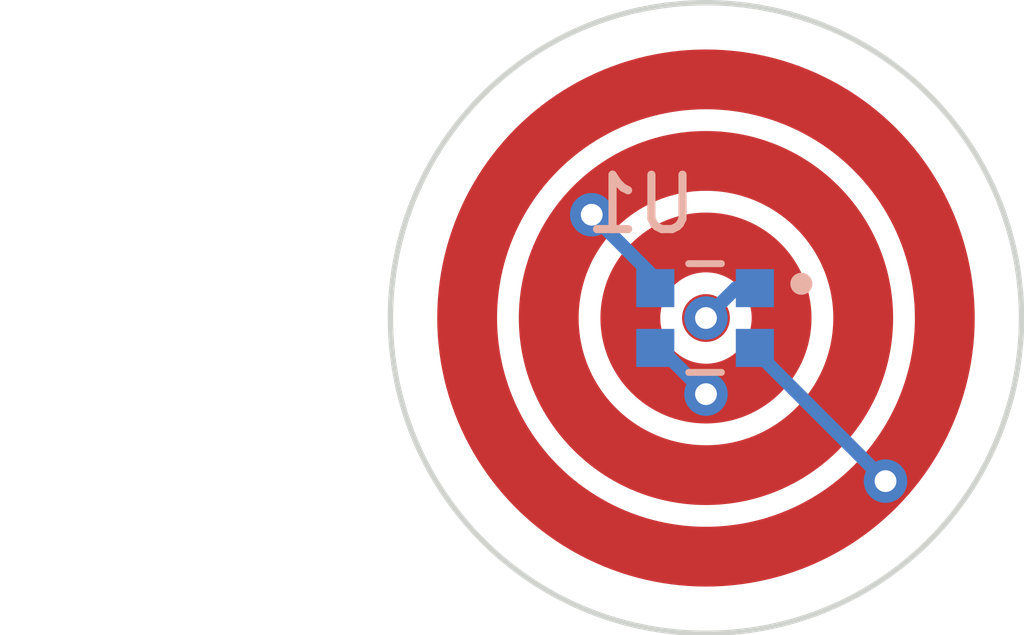
<source format=kicad_pcb>
(kicad_pcb (version 20211014) (generator pcbnew)
  (layers (0 "F.Cu" signal) (31 "B.Cu" signal) (34 "B.Paste" user) (35 "F.Paste" user) (36 "B.SilkS" user "B.Silkscreen") (37 "F.SilkS" user "F.Silkscreen") (38 "B.Mask" user) (39 "F.Mask" user) (44 "Edge.Cuts" user))
  (net 0 "")
  (net 1 "/IN")
  (net 2 "VCC")
  (net 3 "/OUT")
  (net 4 "GND")
  (footprint "Homebrew:LED_WS2812-2020" (layer "B.Cu") (at 121.983522 100 180)
    (fp_text reference "U1" (at 1.17686 2.09129) (layer "B.SilkS") (effects (font (size 1.00011 1.00011)) (justify mirror)))
    (fp_text value "WS2812-2020")
    (fp_line (start -0.3 -1) (end 0.3 -1) (layer "B.SilkS") (width 0.127))
    (fp_line (start -0.3 1) (end 0.3 1) (layer "B.SilkS") (width 0.127))
    (fp_circle (center -1.77 0.63) (end -1.667044 0.63) (layer "B.SilkS") (width 0.2) (fill none))
    (pad "1" smd rect locked (at -0.915 0.55 180) (size 0.7 0.7) (layers "B.Cu" "B.Paste" "B.Mask"))
    (pad "2" smd rect locked (at -0.915 -0.55 180) (size 0.7 0.7) (layers "B.Cu" "B.Paste" "B.Mask") (net 4 "GND"))
    (pad "3" smd rect locked (at 0.915 -0.55) (size 0.7 0.7) (layers "B.Cu" "B.Paste" "B.Mask") (net 1 "/IN"))
    (pad "4" smd rect locked (at 0.915 0.55) (size 0.7 0.7) (layers "B.Cu" "B.Paste" "B.Mask") (net 2 "VCC"))
  )
  (gr_circle (center 122 100) (end 124.89 100) (layer "F.Cu") (width 1.1) (fill none))
  (gr_circle (center 122 100) (end 122.39 100) (layer "F.Cu") (width 0.1) (fill solid))
  (gr_circle (center 122 100) (end 126.39 100) (layer "F.Cu") (width 1.1) (fill none))
  (gr_circle (center 122 100) (end 123.39 100) (layer "F.Cu") (width 1.1) (fill none))
  (gr_circle (center 122 100) (end 127.8 100) (layer "Edge.Cuts") (width 0.1) (fill none))
  (via (at 122 100) (size 0.8) (drill 0.4) (layers "F.Cu" "B.Cu") (net 0))
  (via (at 122 101.4) (size 0.8) (drill 0.4) (layers "F.Cu" "B.Cu") (net 1))
  (segment (start 121.068522 100.55) (end 121.15 100.55) (width 0.25) (layer "B.Cu") (net 1))
  (segment (start 121.15 100.55) (end 122 101.4) (width 0.25) (layer "B.Cu") (net 1))
  (via (at 119.9 98.1) (size 0.8) (drill 0.4) (layers "F.Cu" "B.Cu") (net 2))
  (segment (start 121.068522 99.268522) (end 119.9 98.1) (width 0.25) (layer "B.Cu") (net 2))
  (segment (start 121.068522 99.45) (end 121.068522 99.268522) (width 0.25) (layer "B.Cu") (net 2))
  (segment (start 122.898522 99.45) (end 122.55 99.45) (width 0.25) (layer "B.Cu") (net 3))
  (segment (start 122.55 99.45) (end 122 100) (width 0.25) (layer "B.Cu") (net 3))
  (via (at 125.3 103) (size 0.8) (drill 0.4) (layers "F.Cu" "B.Cu") (net 4))
  (segment (start 122.898522 100.55) (end 122.898522 100.598522) (width 0.25) (layer "B.Cu") (net 4))
  (segment (start 122.898522 100.598522) (end 125.3 103) (width 0.25) (layer "B.Cu") (net 4))
)
</source>
